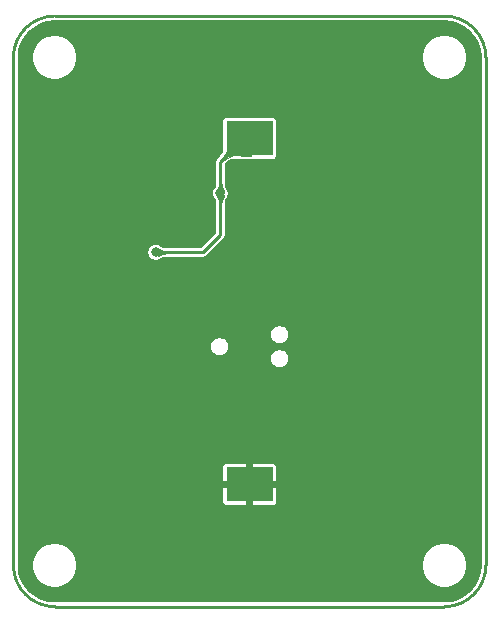
<source format=gbr>
G04 #@! TF.GenerationSoftware,KiCad,Pcbnew,(5.1.8)-1*
G04 #@! TF.CreationDate,2021-05-24T17:48:50-05:00*
G04 #@! TF.ProjectId,PIC16_Ring_of_Fire_Game,50494331-365f-4526-996e-675f6f665f46,1A*
G04 #@! TF.SameCoordinates,Original*
G04 #@! TF.FileFunction,Copper,L2,Bot*
G04 #@! TF.FilePolarity,Positive*
%FSLAX46Y46*%
G04 Gerber Fmt 4.6, Leading zero omitted, Abs format (unit mm)*
G04 Created by KiCad (PCBNEW (5.1.8)-1) date 2021-05-24 17:48:50*
%MOMM*%
%LPD*%
G01*
G04 APERTURE LIST*
G04 #@! TA.AperFunction,Profile*
%ADD10C,0.254000*%
G04 #@! TD*
G04 #@! TA.AperFunction,SMDPad,CuDef*
%ADD11R,4.000000X3.000000*%
G04 #@! TD*
G04 #@! TA.AperFunction,ViaPad*
%ADD12C,0.800000*%
G04 #@! TD*
G04 #@! TA.AperFunction,Conductor*
%ADD13C,0.254000*%
G04 #@! TD*
G04 #@! TA.AperFunction,Conductor*
%ADD14C,0.127000*%
G04 #@! TD*
G04 #@! TA.AperFunction,Conductor*
%ADD15C,0.150000*%
G04 #@! TD*
G04 #@! TA.AperFunction,Conductor*
%ADD16C,0.025400*%
G04 #@! TD*
G04 APERTURE END LIST*
D10*
X83500000Y-125000000D02*
X116500000Y-125000000D01*
X120000000Y-121500000D02*
G75*
G02*
X116500000Y-125000000I-3500000J0D01*
G01*
X120000000Y-78500000D02*
X120000000Y-121500000D01*
X116500000Y-75000000D02*
G75*
G02*
X120000000Y-78500000I0J-3500000D01*
G01*
X83500000Y-75000000D02*
X116500000Y-75000000D01*
X80000000Y-78500000D02*
G75*
G02*
X83500000Y-75000000I3500000J0D01*
G01*
X83500000Y-125000000D02*
G75*
G02*
X80000000Y-121500000I0J3500000D01*
G01*
X80000000Y-78500000D02*
X80000000Y-121500000D01*
D11*
X100000000Y-114650000D03*
X100000000Y-85350000D03*
D12*
X92049998Y-91190000D03*
X104500000Y-91190000D03*
X100000000Y-105000000D03*
X90291797Y-102053422D03*
X96291797Y-106412677D03*
X103708203Y-106412677D03*
X109708202Y-102053421D03*
X111999998Y-95000000D03*
X109708202Y-87946579D03*
X103726105Y-83591293D03*
X96291798Y-83587324D03*
X90291799Y-87946578D03*
X88000000Y-95000000D03*
X100000000Y-121250000D03*
X97000000Y-114250000D03*
X92049998Y-95000000D03*
X97525000Y-90000000D03*
D13*
X97525000Y-87336200D02*
X97525000Y-90000000D01*
X99511200Y-85350000D02*
X97525000Y-87336200D01*
X100000000Y-85350000D02*
X99511200Y-85350000D01*
X92049998Y-95000000D02*
X96033400Y-95000000D01*
X97525000Y-93508400D02*
X97525000Y-90000000D01*
X96033400Y-95000000D02*
X97525000Y-93508400D01*
D14*
X117093851Y-75500840D02*
X117665081Y-75673305D01*
X118191935Y-75953439D01*
X118654341Y-76330568D01*
X119034690Y-76790331D01*
X119318493Y-77315215D01*
X119494941Y-77885225D01*
X119559496Y-78499420D01*
X119559500Y-78500670D01*
X119559501Y-121478443D01*
X119499159Y-122093853D01*
X119326695Y-122665081D01*
X119046564Y-123191930D01*
X118669434Y-123654339D01*
X118209669Y-124034690D01*
X117684788Y-124318492D01*
X117114775Y-124494941D01*
X116500580Y-124559496D01*
X116499330Y-124559500D01*
X83521547Y-124559500D01*
X82906147Y-124499159D01*
X82334919Y-124326695D01*
X81808070Y-124046564D01*
X81345661Y-123669434D01*
X80965310Y-123209669D01*
X80681508Y-122684788D01*
X80505059Y-122114775D01*
X80440504Y-121500580D01*
X80440500Y-121499330D01*
X80440500Y-121311537D01*
X81586500Y-121311537D01*
X81586500Y-121688463D01*
X81660034Y-122058147D01*
X81804278Y-122406382D01*
X82013687Y-122719785D01*
X82280215Y-122986313D01*
X82593618Y-123195722D01*
X82941853Y-123339966D01*
X83311537Y-123413500D01*
X83688463Y-123413500D01*
X84058147Y-123339966D01*
X84406382Y-123195722D01*
X84719785Y-122986313D01*
X84986313Y-122719785D01*
X85195722Y-122406382D01*
X85339966Y-122058147D01*
X85413500Y-121688463D01*
X85413500Y-121311537D01*
X114586500Y-121311537D01*
X114586500Y-121688463D01*
X114660034Y-122058147D01*
X114804278Y-122406382D01*
X115013687Y-122719785D01*
X115280215Y-122986313D01*
X115593618Y-123195722D01*
X115941853Y-123339966D01*
X116311537Y-123413500D01*
X116688463Y-123413500D01*
X117058147Y-123339966D01*
X117406382Y-123195722D01*
X117719785Y-122986313D01*
X117986313Y-122719785D01*
X118195722Y-122406382D01*
X118339966Y-122058147D01*
X118413500Y-121688463D01*
X118413500Y-121311537D01*
X118339966Y-120941853D01*
X118195722Y-120593618D01*
X117986313Y-120280215D01*
X117719785Y-120013687D01*
X117406382Y-119804278D01*
X117058147Y-119660034D01*
X116688463Y-119586500D01*
X116311537Y-119586500D01*
X115941853Y-119660034D01*
X115593618Y-119804278D01*
X115280215Y-120013687D01*
X115013687Y-120280215D01*
X114804278Y-120593618D01*
X114660034Y-120941853D01*
X114586500Y-121311537D01*
X85413500Y-121311537D01*
X85339966Y-120941853D01*
X85195722Y-120593618D01*
X84986313Y-120280215D01*
X84719785Y-120013687D01*
X84406382Y-119804278D01*
X84058147Y-119660034D01*
X83688463Y-119586500D01*
X83311537Y-119586500D01*
X82941853Y-119660034D01*
X82593618Y-119804278D01*
X82280215Y-120013687D01*
X82013687Y-120280215D01*
X81804278Y-120593618D01*
X81660034Y-120941853D01*
X81586500Y-121311537D01*
X80440500Y-121311537D01*
X80440500Y-116150000D01*
X97684983Y-116150000D01*
X97691036Y-116211457D01*
X97708962Y-116270552D01*
X97738073Y-116325014D01*
X97777249Y-116372751D01*
X97824986Y-116411927D01*
X97879448Y-116441038D01*
X97938543Y-116458964D01*
X98000000Y-116465017D01*
X99731125Y-116463500D01*
X99809500Y-116385125D01*
X99809500Y-114840500D01*
X100190500Y-114840500D01*
X100190500Y-116385125D01*
X100268875Y-116463500D01*
X102000000Y-116465017D01*
X102061457Y-116458964D01*
X102120552Y-116441038D01*
X102175014Y-116411927D01*
X102222751Y-116372751D01*
X102261927Y-116325014D01*
X102291038Y-116270552D01*
X102308964Y-116211457D01*
X102315017Y-116150000D01*
X102313500Y-114918875D01*
X102235125Y-114840500D01*
X100190500Y-114840500D01*
X99809500Y-114840500D01*
X97764875Y-114840500D01*
X97686500Y-114918875D01*
X97684983Y-116150000D01*
X80440500Y-116150000D01*
X80440500Y-113150000D01*
X97684983Y-113150000D01*
X97686500Y-114381125D01*
X97764875Y-114459500D01*
X99809500Y-114459500D01*
X99809500Y-112914875D01*
X100190500Y-112914875D01*
X100190500Y-114459500D01*
X102235125Y-114459500D01*
X102313500Y-114381125D01*
X102315017Y-113150000D01*
X102308964Y-113088543D01*
X102291038Y-113029448D01*
X102261927Y-112974986D01*
X102222751Y-112927249D01*
X102175014Y-112888073D01*
X102120552Y-112858962D01*
X102061457Y-112841036D01*
X102000000Y-112834983D01*
X100268875Y-112836500D01*
X100190500Y-112914875D01*
X99809500Y-112914875D01*
X99731125Y-112836500D01*
X98000000Y-112834983D01*
X97938543Y-112841036D01*
X97879448Y-112858962D01*
X97824986Y-112888073D01*
X97777249Y-112927249D01*
X97738073Y-112974986D01*
X97708962Y-113029448D01*
X97691036Y-113088543D01*
X97684983Y-113150000D01*
X80440500Y-113150000D01*
X80440500Y-103936340D01*
X101731200Y-103936340D01*
X101731200Y-104095660D01*
X101762282Y-104251918D01*
X101823251Y-104399110D01*
X101911764Y-104531580D01*
X102024420Y-104644236D01*
X102156890Y-104732749D01*
X102304082Y-104793718D01*
X102460340Y-104824800D01*
X102619660Y-104824800D01*
X102775918Y-104793718D01*
X102923110Y-104732749D01*
X103055580Y-104644236D01*
X103168236Y-104531580D01*
X103256749Y-104399110D01*
X103317718Y-104251918D01*
X103348800Y-104095660D01*
X103348800Y-103936340D01*
X103317718Y-103780082D01*
X103256749Y-103632890D01*
X103168236Y-103500420D01*
X103055580Y-103387764D01*
X102923110Y-103299251D01*
X102775918Y-103238282D01*
X102619660Y-103207200D01*
X102460340Y-103207200D01*
X102304082Y-103238282D01*
X102156890Y-103299251D01*
X102024420Y-103387764D01*
X101911764Y-103500420D01*
X101823251Y-103632890D01*
X101762282Y-103780082D01*
X101731200Y-103936340D01*
X80440500Y-103936340D01*
X80440500Y-102920340D01*
X96651200Y-102920340D01*
X96651200Y-103079660D01*
X96682282Y-103235918D01*
X96743251Y-103383110D01*
X96831764Y-103515580D01*
X96944420Y-103628236D01*
X97076890Y-103716749D01*
X97224082Y-103777718D01*
X97380340Y-103808800D01*
X97539660Y-103808800D01*
X97695918Y-103777718D01*
X97843110Y-103716749D01*
X97975580Y-103628236D01*
X98088236Y-103515580D01*
X98176749Y-103383110D01*
X98237718Y-103235918D01*
X98268800Y-103079660D01*
X98268800Y-102920340D01*
X98237718Y-102764082D01*
X98176749Y-102616890D01*
X98088236Y-102484420D01*
X97975580Y-102371764D01*
X97843110Y-102283251D01*
X97695918Y-102222282D01*
X97539660Y-102191200D01*
X97380340Y-102191200D01*
X97224082Y-102222282D01*
X97076890Y-102283251D01*
X96944420Y-102371764D01*
X96831764Y-102484420D01*
X96743251Y-102616890D01*
X96682282Y-102764082D01*
X96651200Y-102920340D01*
X80440500Y-102920340D01*
X80440500Y-101904340D01*
X101731200Y-101904340D01*
X101731200Y-102063660D01*
X101762282Y-102219918D01*
X101823251Y-102367110D01*
X101911764Y-102499580D01*
X102024420Y-102612236D01*
X102156890Y-102700749D01*
X102304082Y-102761718D01*
X102460340Y-102792800D01*
X102619660Y-102792800D01*
X102775918Y-102761718D01*
X102923110Y-102700749D01*
X103055580Y-102612236D01*
X103168236Y-102499580D01*
X103256749Y-102367110D01*
X103317718Y-102219918D01*
X103348800Y-102063660D01*
X103348800Y-101904340D01*
X103317718Y-101748082D01*
X103256749Y-101600890D01*
X103168236Y-101468420D01*
X103055580Y-101355764D01*
X102923110Y-101267251D01*
X102775918Y-101206282D01*
X102619660Y-101175200D01*
X102460340Y-101175200D01*
X102304082Y-101206282D01*
X102156890Y-101267251D01*
X102024420Y-101355764D01*
X101911764Y-101468420D01*
X101823251Y-101600890D01*
X101762282Y-101748082D01*
X101731200Y-101904340D01*
X80440500Y-101904340D01*
X80440500Y-94929726D01*
X91336498Y-94929726D01*
X91336498Y-95070274D01*
X91363918Y-95208120D01*
X91417703Y-95337969D01*
X91495787Y-95454830D01*
X91595168Y-95554211D01*
X91712029Y-95632295D01*
X91841878Y-95686080D01*
X91979724Y-95713500D01*
X92120272Y-95713500D01*
X92258118Y-95686080D01*
X92387967Y-95632295D01*
X92415066Y-95614188D01*
X92438740Y-95601881D01*
X92452550Y-95594254D01*
X92512276Y-95559281D01*
X92520394Y-95554361D01*
X92572943Y-95521415D01*
X92616549Y-95494122D01*
X92648680Y-95475738D01*
X92673210Y-95464130D01*
X92696853Y-95455830D01*
X92728022Y-95448689D01*
X92774240Y-95443040D01*
X92845590Y-95440500D01*
X96011771Y-95440500D01*
X96033400Y-95442630D01*
X96055029Y-95440500D01*
X96055036Y-95440500D01*
X96119753Y-95434126D01*
X96202788Y-95408938D01*
X96279313Y-95368034D01*
X96346387Y-95312987D01*
X96360182Y-95296178D01*
X97821185Y-93835176D01*
X97837987Y-93821387D01*
X97893034Y-93754313D01*
X97933938Y-93677788D01*
X97959126Y-93594753D01*
X97965500Y-93530036D01*
X97965500Y-93530029D01*
X97967630Y-93508400D01*
X97965500Y-93486771D01*
X97965500Y-90795592D01*
X97968040Y-90724242D01*
X97973689Y-90678024D01*
X97980830Y-90646855D01*
X97989130Y-90623212D01*
X98000738Y-90598682D01*
X98019122Y-90566551D01*
X98046415Y-90522945D01*
X98079361Y-90470396D01*
X98084281Y-90462278D01*
X98119254Y-90402552D01*
X98126881Y-90388742D01*
X98139188Y-90365068D01*
X98157295Y-90337969D01*
X98211080Y-90208120D01*
X98238500Y-90070274D01*
X98238500Y-89929726D01*
X98211080Y-89791880D01*
X98157295Y-89662031D01*
X98139189Y-89634934D01*
X98126882Y-89611259D01*
X98119254Y-89597447D01*
X98084281Y-89537721D01*
X98079361Y-89529603D01*
X98046415Y-89477054D01*
X98019122Y-89433448D01*
X98000738Y-89401317D01*
X97989130Y-89376787D01*
X97980830Y-89353144D01*
X97973689Y-89321975D01*
X97968040Y-89275757D01*
X97965500Y-89204408D01*
X97965500Y-87518910D01*
X98186733Y-87323057D01*
X98372458Y-87203140D01*
X98465427Y-87165016D01*
X99642258Y-87165016D01*
X99835415Y-87171811D01*
X99863157Y-87171559D01*
X99985664Y-87165016D01*
X102000000Y-87165016D01*
X102061457Y-87158963D01*
X102120551Y-87141037D01*
X102175014Y-87111926D01*
X102222750Y-87072750D01*
X102261926Y-87025014D01*
X102291037Y-86970551D01*
X102308963Y-86911457D01*
X102315016Y-86850000D01*
X102315016Y-83850000D01*
X102308963Y-83788543D01*
X102291037Y-83729449D01*
X102261926Y-83674986D01*
X102222750Y-83627250D01*
X102175014Y-83588074D01*
X102120551Y-83558963D01*
X102061457Y-83541037D01*
X102000000Y-83534984D01*
X98000000Y-83534984D01*
X97938543Y-83541037D01*
X97879449Y-83558963D01*
X97824986Y-83588074D01*
X97777250Y-83627250D01*
X97738074Y-83674986D01*
X97708963Y-83729449D01*
X97691037Y-83788543D01*
X97684984Y-83850000D01*
X97684984Y-86480268D01*
X97579232Y-86632278D01*
X97341211Y-86897029D01*
X97228822Y-87009418D01*
X97212013Y-87023213D01*
X97156966Y-87090288D01*
X97116062Y-87166813D01*
X97090874Y-87249848D01*
X97084500Y-87314565D01*
X97084500Y-87314571D01*
X97082370Y-87336200D01*
X97084500Y-87357829D01*
X97084501Y-89204411D01*
X97081960Y-89275745D01*
X97076310Y-89321975D01*
X97069169Y-89353144D01*
X97060869Y-89376787D01*
X97049261Y-89401317D01*
X97030877Y-89433448D01*
X97003584Y-89477054D01*
X96970638Y-89529603D01*
X96965718Y-89537721D01*
X96930745Y-89597447D01*
X96923115Y-89611262D01*
X96910806Y-89634941D01*
X96892705Y-89662031D01*
X96838920Y-89791880D01*
X96811500Y-89929726D01*
X96811500Y-90070274D01*
X96838920Y-90208120D01*
X96892705Y-90337969D01*
X96910807Y-90365061D01*
X96923116Y-90388739D01*
X96930745Y-90402552D01*
X96965718Y-90462278D01*
X96970638Y-90470396D01*
X97003584Y-90522945D01*
X97030877Y-90566551D01*
X97049261Y-90598682D01*
X97060869Y-90623212D01*
X97069169Y-90646855D01*
X97076310Y-90678024D01*
X97081960Y-90724254D01*
X97084501Y-90795591D01*
X97084500Y-93325939D01*
X95850940Y-94559500D01*
X92845568Y-94559500D01*
X92774252Y-94556960D01*
X92728022Y-94551310D01*
X92696853Y-94544169D01*
X92673210Y-94535869D01*
X92648680Y-94524261D01*
X92616549Y-94505877D01*
X92572943Y-94478584D01*
X92520394Y-94445638D01*
X92512276Y-94440718D01*
X92452550Y-94405745D01*
X92438737Y-94398116D01*
X92415059Y-94385807D01*
X92387967Y-94367705D01*
X92258118Y-94313920D01*
X92120272Y-94286500D01*
X91979724Y-94286500D01*
X91841878Y-94313920D01*
X91712029Y-94367705D01*
X91595168Y-94445789D01*
X91495787Y-94545170D01*
X91417703Y-94662031D01*
X91363918Y-94791880D01*
X91336498Y-94929726D01*
X80440500Y-94929726D01*
X80440500Y-78521547D01*
X80461091Y-78311537D01*
X81586500Y-78311537D01*
X81586500Y-78688463D01*
X81660034Y-79058147D01*
X81804278Y-79406382D01*
X82013687Y-79719785D01*
X82280215Y-79986313D01*
X82593618Y-80195722D01*
X82941853Y-80339966D01*
X83311537Y-80413500D01*
X83688463Y-80413500D01*
X84058147Y-80339966D01*
X84406382Y-80195722D01*
X84719785Y-79986313D01*
X84986313Y-79719785D01*
X85195722Y-79406382D01*
X85339966Y-79058147D01*
X85413500Y-78688463D01*
X85413500Y-78311537D01*
X114586500Y-78311537D01*
X114586500Y-78688463D01*
X114660034Y-79058147D01*
X114804278Y-79406382D01*
X115013687Y-79719785D01*
X115280215Y-79986313D01*
X115593618Y-80195722D01*
X115941853Y-80339966D01*
X116311537Y-80413500D01*
X116688463Y-80413500D01*
X117058147Y-80339966D01*
X117406382Y-80195722D01*
X117719785Y-79986313D01*
X117986313Y-79719785D01*
X118195722Y-79406382D01*
X118339966Y-79058147D01*
X118413500Y-78688463D01*
X118413500Y-78311537D01*
X118339966Y-77941853D01*
X118195722Y-77593618D01*
X117986313Y-77280215D01*
X117719785Y-77013687D01*
X117406382Y-76804278D01*
X117058147Y-76660034D01*
X116688463Y-76586500D01*
X116311537Y-76586500D01*
X115941853Y-76660034D01*
X115593618Y-76804278D01*
X115280215Y-77013687D01*
X115013687Y-77280215D01*
X114804278Y-77593618D01*
X114660034Y-77941853D01*
X114586500Y-78311537D01*
X85413500Y-78311537D01*
X85339966Y-77941853D01*
X85195722Y-77593618D01*
X84986313Y-77280215D01*
X84719785Y-77013687D01*
X84406382Y-76804278D01*
X84058147Y-76660034D01*
X83688463Y-76586500D01*
X83311537Y-76586500D01*
X82941853Y-76660034D01*
X82593618Y-76804278D01*
X82280215Y-77013687D01*
X82013687Y-77280215D01*
X81804278Y-77593618D01*
X81660034Y-77941853D01*
X81586500Y-78311537D01*
X80461091Y-78311537D01*
X80500840Y-77906149D01*
X80673305Y-77334919D01*
X80953439Y-76808065D01*
X81330568Y-76345659D01*
X81790331Y-75965310D01*
X82315215Y-75681507D01*
X82885225Y-75505059D01*
X83499420Y-75440504D01*
X83500670Y-75440500D01*
X116478453Y-75440500D01*
X117093851Y-75500840D01*
G04 #@! TA.AperFunction,Conductor*
D15*
G36*
X117093851Y-75500840D02*
G01*
X117665081Y-75673305D01*
X118191935Y-75953439D01*
X118654341Y-76330568D01*
X119034690Y-76790331D01*
X119318493Y-77315215D01*
X119494941Y-77885225D01*
X119559496Y-78499420D01*
X119559500Y-78500670D01*
X119559501Y-121478443D01*
X119499159Y-122093853D01*
X119326695Y-122665081D01*
X119046564Y-123191930D01*
X118669434Y-123654339D01*
X118209669Y-124034690D01*
X117684788Y-124318492D01*
X117114775Y-124494941D01*
X116500580Y-124559496D01*
X116499330Y-124559500D01*
X83521547Y-124559500D01*
X82906147Y-124499159D01*
X82334919Y-124326695D01*
X81808070Y-124046564D01*
X81345661Y-123669434D01*
X80965310Y-123209669D01*
X80681508Y-122684788D01*
X80505059Y-122114775D01*
X80440504Y-121500580D01*
X80440500Y-121499330D01*
X80440500Y-121311537D01*
X81586500Y-121311537D01*
X81586500Y-121688463D01*
X81660034Y-122058147D01*
X81804278Y-122406382D01*
X82013687Y-122719785D01*
X82280215Y-122986313D01*
X82593618Y-123195722D01*
X82941853Y-123339966D01*
X83311537Y-123413500D01*
X83688463Y-123413500D01*
X84058147Y-123339966D01*
X84406382Y-123195722D01*
X84719785Y-122986313D01*
X84986313Y-122719785D01*
X85195722Y-122406382D01*
X85339966Y-122058147D01*
X85413500Y-121688463D01*
X85413500Y-121311537D01*
X114586500Y-121311537D01*
X114586500Y-121688463D01*
X114660034Y-122058147D01*
X114804278Y-122406382D01*
X115013687Y-122719785D01*
X115280215Y-122986313D01*
X115593618Y-123195722D01*
X115941853Y-123339966D01*
X116311537Y-123413500D01*
X116688463Y-123413500D01*
X117058147Y-123339966D01*
X117406382Y-123195722D01*
X117719785Y-122986313D01*
X117986313Y-122719785D01*
X118195722Y-122406382D01*
X118339966Y-122058147D01*
X118413500Y-121688463D01*
X118413500Y-121311537D01*
X118339966Y-120941853D01*
X118195722Y-120593618D01*
X117986313Y-120280215D01*
X117719785Y-120013687D01*
X117406382Y-119804278D01*
X117058147Y-119660034D01*
X116688463Y-119586500D01*
X116311537Y-119586500D01*
X115941853Y-119660034D01*
X115593618Y-119804278D01*
X115280215Y-120013687D01*
X115013687Y-120280215D01*
X114804278Y-120593618D01*
X114660034Y-120941853D01*
X114586500Y-121311537D01*
X85413500Y-121311537D01*
X85339966Y-120941853D01*
X85195722Y-120593618D01*
X84986313Y-120280215D01*
X84719785Y-120013687D01*
X84406382Y-119804278D01*
X84058147Y-119660034D01*
X83688463Y-119586500D01*
X83311537Y-119586500D01*
X82941853Y-119660034D01*
X82593618Y-119804278D01*
X82280215Y-120013687D01*
X82013687Y-120280215D01*
X81804278Y-120593618D01*
X81660034Y-120941853D01*
X81586500Y-121311537D01*
X80440500Y-121311537D01*
X80440500Y-116150000D01*
X97684983Y-116150000D01*
X97691036Y-116211457D01*
X97708962Y-116270552D01*
X97738073Y-116325014D01*
X97777249Y-116372751D01*
X97824986Y-116411927D01*
X97879448Y-116441038D01*
X97938543Y-116458964D01*
X98000000Y-116465017D01*
X99731125Y-116463500D01*
X99809500Y-116385125D01*
X99809500Y-114840500D01*
X100190500Y-114840500D01*
X100190500Y-116385125D01*
X100268875Y-116463500D01*
X102000000Y-116465017D01*
X102061457Y-116458964D01*
X102120552Y-116441038D01*
X102175014Y-116411927D01*
X102222751Y-116372751D01*
X102261927Y-116325014D01*
X102291038Y-116270552D01*
X102308964Y-116211457D01*
X102315017Y-116150000D01*
X102313500Y-114918875D01*
X102235125Y-114840500D01*
X100190500Y-114840500D01*
X99809500Y-114840500D01*
X97764875Y-114840500D01*
X97686500Y-114918875D01*
X97684983Y-116150000D01*
X80440500Y-116150000D01*
X80440500Y-113150000D01*
X97684983Y-113150000D01*
X97686500Y-114381125D01*
X97764875Y-114459500D01*
X99809500Y-114459500D01*
X99809500Y-112914875D01*
X100190500Y-112914875D01*
X100190500Y-114459500D01*
X102235125Y-114459500D01*
X102313500Y-114381125D01*
X102315017Y-113150000D01*
X102308964Y-113088543D01*
X102291038Y-113029448D01*
X102261927Y-112974986D01*
X102222751Y-112927249D01*
X102175014Y-112888073D01*
X102120552Y-112858962D01*
X102061457Y-112841036D01*
X102000000Y-112834983D01*
X100268875Y-112836500D01*
X100190500Y-112914875D01*
X99809500Y-112914875D01*
X99731125Y-112836500D01*
X98000000Y-112834983D01*
X97938543Y-112841036D01*
X97879448Y-112858962D01*
X97824986Y-112888073D01*
X97777249Y-112927249D01*
X97738073Y-112974986D01*
X97708962Y-113029448D01*
X97691036Y-113088543D01*
X97684983Y-113150000D01*
X80440500Y-113150000D01*
X80440500Y-103936340D01*
X101731200Y-103936340D01*
X101731200Y-104095660D01*
X101762282Y-104251918D01*
X101823251Y-104399110D01*
X101911764Y-104531580D01*
X102024420Y-104644236D01*
X102156890Y-104732749D01*
X102304082Y-104793718D01*
X102460340Y-104824800D01*
X102619660Y-104824800D01*
X102775918Y-104793718D01*
X102923110Y-104732749D01*
X103055580Y-104644236D01*
X103168236Y-104531580D01*
X103256749Y-104399110D01*
X103317718Y-104251918D01*
X103348800Y-104095660D01*
X103348800Y-103936340D01*
X103317718Y-103780082D01*
X103256749Y-103632890D01*
X103168236Y-103500420D01*
X103055580Y-103387764D01*
X102923110Y-103299251D01*
X102775918Y-103238282D01*
X102619660Y-103207200D01*
X102460340Y-103207200D01*
X102304082Y-103238282D01*
X102156890Y-103299251D01*
X102024420Y-103387764D01*
X101911764Y-103500420D01*
X101823251Y-103632890D01*
X101762282Y-103780082D01*
X101731200Y-103936340D01*
X80440500Y-103936340D01*
X80440500Y-102920340D01*
X96651200Y-102920340D01*
X96651200Y-103079660D01*
X96682282Y-103235918D01*
X96743251Y-103383110D01*
X96831764Y-103515580D01*
X96944420Y-103628236D01*
X97076890Y-103716749D01*
X97224082Y-103777718D01*
X97380340Y-103808800D01*
X97539660Y-103808800D01*
X97695918Y-103777718D01*
X97843110Y-103716749D01*
X97975580Y-103628236D01*
X98088236Y-103515580D01*
X98176749Y-103383110D01*
X98237718Y-103235918D01*
X98268800Y-103079660D01*
X98268800Y-102920340D01*
X98237718Y-102764082D01*
X98176749Y-102616890D01*
X98088236Y-102484420D01*
X97975580Y-102371764D01*
X97843110Y-102283251D01*
X97695918Y-102222282D01*
X97539660Y-102191200D01*
X97380340Y-102191200D01*
X97224082Y-102222282D01*
X97076890Y-102283251D01*
X96944420Y-102371764D01*
X96831764Y-102484420D01*
X96743251Y-102616890D01*
X96682282Y-102764082D01*
X96651200Y-102920340D01*
X80440500Y-102920340D01*
X80440500Y-101904340D01*
X101731200Y-101904340D01*
X101731200Y-102063660D01*
X101762282Y-102219918D01*
X101823251Y-102367110D01*
X101911764Y-102499580D01*
X102024420Y-102612236D01*
X102156890Y-102700749D01*
X102304082Y-102761718D01*
X102460340Y-102792800D01*
X102619660Y-102792800D01*
X102775918Y-102761718D01*
X102923110Y-102700749D01*
X103055580Y-102612236D01*
X103168236Y-102499580D01*
X103256749Y-102367110D01*
X103317718Y-102219918D01*
X103348800Y-102063660D01*
X103348800Y-101904340D01*
X103317718Y-101748082D01*
X103256749Y-101600890D01*
X103168236Y-101468420D01*
X103055580Y-101355764D01*
X102923110Y-101267251D01*
X102775918Y-101206282D01*
X102619660Y-101175200D01*
X102460340Y-101175200D01*
X102304082Y-101206282D01*
X102156890Y-101267251D01*
X102024420Y-101355764D01*
X101911764Y-101468420D01*
X101823251Y-101600890D01*
X101762282Y-101748082D01*
X101731200Y-101904340D01*
X80440500Y-101904340D01*
X80440500Y-94929726D01*
X91336498Y-94929726D01*
X91336498Y-95070274D01*
X91363918Y-95208120D01*
X91417703Y-95337969D01*
X91495787Y-95454830D01*
X91595168Y-95554211D01*
X91712029Y-95632295D01*
X91841878Y-95686080D01*
X91979724Y-95713500D01*
X92120272Y-95713500D01*
X92258118Y-95686080D01*
X92387967Y-95632295D01*
X92415066Y-95614188D01*
X92438740Y-95601881D01*
X92452550Y-95594254D01*
X92512276Y-95559281D01*
X92520394Y-95554361D01*
X92572943Y-95521415D01*
X92616549Y-95494122D01*
X92648680Y-95475738D01*
X92673210Y-95464130D01*
X92696853Y-95455830D01*
X92728022Y-95448689D01*
X92774240Y-95443040D01*
X92845590Y-95440500D01*
X96011771Y-95440500D01*
X96033400Y-95442630D01*
X96055029Y-95440500D01*
X96055036Y-95440500D01*
X96119753Y-95434126D01*
X96202788Y-95408938D01*
X96279313Y-95368034D01*
X96346387Y-95312987D01*
X96360182Y-95296178D01*
X97821185Y-93835176D01*
X97837987Y-93821387D01*
X97893034Y-93754313D01*
X97933938Y-93677788D01*
X97959126Y-93594753D01*
X97965500Y-93530036D01*
X97965500Y-93530029D01*
X97967630Y-93508400D01*
X97965500Y-93486771D01*
X97965500Y-90795592D01*
X97968040Y-90724242D01*
X97973689Y-90678024D01*
X97980830Y-90646855D01*
X97989130Y-90623212D01*
X98000738Y-90598682D01*
X98019122Y-90566551D01*
X98046415Y-90522945D01*
X98079361Y-90470396D01*
X98084281Y-90462278D01*
X98119254Y-90402552D01*
X98126881Y-90388742D01*
X98139188Y-90365068D01*
X98157295Y-90337969D01*
X98211080Y-90208120D01*
X98238500Y-90070274D01*
X98238500Y-89929726D01*
X98211080Y-89791880D01*
X98157295Y-89662031D01*
X98139189Y-89634934D01*
X98126882Y-89611259D01*
X98119254Y-89597447D01*
X98084281Y-89537721D01*
X98079361Y-89529603D01*
X98046415Y-89477054D01*
X98019122Y-89433448D01*
X98000738Y-89401317D01*
X97989130Y-89376787D01*
X97980830Y-89353144D01*
X97973689Y-89321975D01*
X97968040Y-89275757D01*
X97965500Y-89204408D01*
X97965500Y-87518910D01*
X98186733Y-87323057D01*
X98372458Y-87203140D01*
X98465427Y-87165016D01*
X99642258Y-87165016D01*
X99835415Y-87171811D01*
X99863157Y-87171559D01*
X99985664Y-87165016D01*
X102000000Y-87165016D01*
X102061457Y-87158963D01*
X102120551Y-87141037D01*
X102175014Y-87111926D01*
X102222750Y-87072750D01*
X102261926Y-87025014D01*
X102291037Y-86970551D01*
X102308963Y-86911457D01*
X102315016Y-86850000D01*
X102315016Y-83850000D01*
X102308963Y-83788543D01*
X102291037Y-83729449D01*
X102261926Y-83674986D01*
X102222750Y-83627250D01*
X102175014Y-83588074D01*
X102120551Y-83558963D01*
X102061457Y-83541037D01*
X102000000Y-83534984D01*
X98000000Y-83534984D01*
X97938543Y-83541037D01*
X97879449Y-83558963D01*
X97824986Y-83588074D01*
X97777250Y-83627250D01*
X97738074Y-83674986D01*
X97708963Y-83729449D01*
X97691037Y-83788543D01*
X97684984Y-83850000D01*
X97684984Y-86480268D01*
X97579232Y-86632278D01*
X97341211Y-86897029D01*
X97228822Y-87009418D01*
X97212013Y-87023213D01*
X97156966Y-87090288D01*
X97116062Y-87166813D01*
X97090874Y-87249848D01*
X97084500Y-87314565D01*
X97084500Y-87314571D01*
X97082370Y-87336200D01*
X97084500Y-87357829D01*
X97084501Y-89204411D01*
X97081960Y-89275745D01*
X97076310Y-89321975D01*
X97069169Y-89353144D01*
X97060869Y-89376787D01*
X97049261Y-89401317D01*
X97030877Y-89433448D01*
X97003584Y-89477054D01*
X96970638Y-89529603D01*
X96965718Y-89537721D01*
X96930745Y-89597447D01*
X96923115Y-89611262D01*
X96910806Y-89634941D01*
X96892705Y-89662031D01*
X96838920Y-89791880D01*
X96811500Y-89929726D01*
X96811500Y-90070274D01*
X96838920Y-90208120D01*
X96892705Y-90337969D01*
X96910807Y-90365061D01*
X96923116Y-90388739D01*
X96930745Y-90402552D01*
X96965718Y-90462278D01*
X96970638Y-90470396D01*
X97003584Y-90522945D01*
X97030877Y-90566551D01*
X97049261Y-90598682D01*
X97060869Y-90623212D01*
X97069169Y-90646855D01*
X97076310Y-90678024D01*
X97081960Y-90724254D01*
X97084501Y-90795591D01*
X97084500Y-93325939D01*
X95850940Y-94559500D01*
X92845568Y-94559500D01*
X92774252Y-94556960D01*
X92728022Y-94551310D01*
X92696853Y-94544169D01*
X92673210Y-94535869D01*
X92648680Y-94524261D01*
X92616549Y-94505877D01*
X92572943Y-94478584D01*
X92520394Y-94445638D01*
X92512276Y-94440718D01*
X92452550Y-94405745D01*
X92438737Y-94398116D01*
X92415059Y-94385807D01*
X92387967Y-94367705D01*
X92258118Y-94313920D01*
X92120272Y-94286500D01*
X91979724Y-94286500D01*
X91841878Y-94313920D01*
X91712029Y-94367705D01*
X91595168Y-94445789D01*
X91495787Y-94545170D01*
X91417703Y-94662031D01*
X91363918Y-94791880D01*
X91336498Y-94929726D01*
X80440500Y-94929726D01*
X80440500Y-78521547D01*
X80461091Y-78311537D01*
X81586500Y-78311537D01*
X81586500Y-78688463D01*
X81660034Y-79058147D01*
X81804278Y-79406382D01*
X82013687Y-79719785D01*
X82280215Y-79986313D01*
X82593618Y-80195722D01*
X82941853Y-80339966D01*
X83311537Y-80413500D01*
X83688463Y-80413500D01*
X84058147Y-80339966D01*
X84406382Y-80195722D01*
X84719785Y-79986313D01*
X84986313Y-79719785D01*
X85195722Y-79406382D01*
X85339966Y-79058147D01*
X85413500Y-78688463D01*
X85413500Y-78311537D01*
X114586500Y-78311537D01*
X114586500Y-78688463D01*
X114660034Y-79058147D01*
X114804278Y-79406382D01*
X115013687Y-79719785D01*
X115280215Y-79986313D01*
X115593618Y-80195722D01*
X115941853Y-80339966D01*
X116311537Y-80413500D01*
X116688463Y-80413500D01*
X117058147Y-80339966D01*
X117406382Y-80195722D01*
X117719785Y-79986313D01*
X117986313Y-79719785D01*
X118195722Y-79406382D01*
X118339966Y-79058147D01*
X118413500Y-78688463D01*
X118413500Y-78311537D01*
X118339966Y-77941853D01*
X118195722Y-77593618D01*
X117986313Y-77280215D01*
X117719785Y-77013687D01*
X117406382Y-76804278D01*
X117058147Y-76660034D01*
X116688463Y-76586500D01*
X116311537Y-76586500D01*
X115941853Y-76660034D01*
X115593618Y-76804278D01*
X115280215Y-77013687D01*
X115013687Y-77280215D01*
X114804278Y-77593618D01*
X114660034Y-77941853D01*
X114586500Y-78311537D01*
X85413500Y-78311537D01*
X85339966Y-77941853D01*
X85195722Y-77593618D01*
X84986313Y-77280215D01*
X84719785Y-77013687D01*
X84406382Y-76804278D01*
X84058147Y-76660034D01*
X83688463Y-76586500D01*
X83311537Y-76586500D01*
X82941853Y-76660034D01*
X82593618Y-76804278D01*
X82280215Y-77013687D01*
X82013687Y-77280215D01*
X81804278Y-77593618D01*
X81660034Y-77941853D01*
X81586500Y-78311537D01*
X80461091Y-78311537D01*
X80500840Y-77906149D01*
X80673305Y-77334919D01*
X80953439Y-76808065D01*
X81330568Y-76345659D01*
X81790331Y-75965310D01*
X82315215Y-75681507D01*
X82885225Y-75505059D01*
X83499420Y-75440504D01*
X83500670Y-75440500D01*
X116478453Y-75440500D01*
X117093851Y-75500840D01*
G37*
G04 #@! TD.AperFunction*
D16*
X97642526Y-89300842D02*
X97642612Y-89301931D01*
X97651871Y-89377683D01*
X97652098Y-89378978D01*
X97666807Y-89443179D01*
X97667203Y-89444550D01*
X97686769Y-89500287D01*
X97687272Y-89501512D01*
X97711103Y-89551872D01*
X97711560Y-89552747D01*
X97739065Y-89600818D01*
X97739323Y-89601249D01*
X97769909Y-89650117D01*
X97769914Y-89650125D01*
X97802893Y-89702726D01*
X97837599Y-89761996D01*
X97869527Y-89823413D01*
X97525000Y-90181678D01*
X97180473Y-89823413D01*
X97212400Y-89761996D01*
X97247106Y-89702726D01*
X97280085Y-89650125D01*
X97280090Y-89650117D01*
X97310676Y-89601249D01*
X97310934Y-89600818D01*
X97338439Y-89552747D01*
X97338896Y-89551872D01*
X97362727Y-89501512D01*
X97363230Y-89500287D01*
X97382796Y-89444550D01*
X97383192Y-89443179D01*
X97397901Y-89378978D01*
X97398128Y-89377683D01*
X97407387Y-89301931D01*
X97407473Y-89300842D01*
X97410256Y-89222700D01*
X97639744Y-89222700D01*
X97642526Y-89300842D01*
G04 #@! TA.AperFunction,Conductor*
D15*
G36*
X97642526Y-89300842D02*
G01*
X97642612Y-89301931D01*
X97651871Y-89377683D01*
X97652098Y-89378978D01*
X97666807Y-89443179D01*
X97667203Y-89444550D01*
X97686769Y-89500287D01*
X97687272Y-89501512D01*
X97711103Y-89551872D01*
X97711560Y-89552747D01*
X97739065Y-89600818D01*
X97739323Y-89601249D01*
X97769909Y-89650117D01*
X97769914Y-89650125D01*
X97802893Y-89702726D01*
X97837599Y-89761996D01*
X97869527Y-89823413D01*
X97525000Y-90181678D01*
X97180473Y-89823413D01*
X97212400Y-89761996D01*
X97247106Y-89702726D01*
X97280085Y-89650125D01*
X97280090Y-89650117D01*
X97310676Y-89601249D01*
X97310934Y-89600818D01*
X97338439Y-89552747D01*
X97338896Y-89551872D01*
X97362727Y-89501512D01*
X97363230Y-89500287D01*
X97382796Y-89444550D01*
X97383192Y-89443179D01*
X97397901Y-89378978D01*
X97398128Y-89377683D01*
X97407387Y-89301931D01*
X97407473Y-89300842D01*
X97410256Y-89222700D01*
X97639744Y-89222700D01*
X97642526Y-89300842D01*
G37*
G04 #@! TD.AperFunction*
D16*
X100622313Y-84965192D02*
X100143908Y-86829899D01*
X99846319Y-86845793D01*
X99571272Y-86836117D01*
X99320959Y-86812502D01*
X99089351Y-86787095D01*
X99088834Y-86787049D01*
X98869895Y-86772048D01*
X98868573Y-86772026D01*
X98656204Y-86779627D01*
X98654168Y-86779865D01*
X98442143Y-86822253D01*
X98439814Y-86822957D01*
X98221910Y-86912314D01*
X98219840Y-86913395D01*
X97989831Y-87061905D01*
X97988302Y-87063065D01*
X97748914Y-87274991D01*
X97586274Y-87112351D01*
X97834873Y-86835835D01*
X97835854Y-86834597D01*
X98018485Y-86572080D01*
X98019386Y-86570573D01*
X98144077Y-86324800D01*
X98144730Y-86323272D01*
X98227559Y-86088029D01*
X98227909Y-86086857D01*
X98284957Y-85855935D01*
X98285073Y-85855420D01*
X98332385Y-85622756D01*
X98385989Y-85382357D01*
X98461846Y-85128184D01*
X98576016Y-84853713D01*
X98740393Y-84560045D01*
X100622313Y-84965192D01*
G04 #@! TA.AperFunction,Conductor*
D15*
G36*
X100622313Y-84965192D02*
G01*
X100143908Y-86829899D01*
X99846319Y-86845793D01*
X99571272Y-86836117D01*
X99320959Y-86812502D01*
X99089351Y-86787095D01*
X99088834Y-86787049D01*
X98869895Y-86772048D01*
X98868573Y-86772026D01*
X98656204Y-86779627D01*
X98654168Y-86779865D01*
X98442143Y-86822253D01*
X98439814Y-86822957D01*
X98221910Y-86912314D01*
X98219840Y-86913395D01*
X97989831Y-87061905D01*
X97988302Y-87063065D01*
X97748914Y-87274991D01*
X97586274Y-87112351D01*
X97834873Y-86835835D01*
X97835854Y-86834597D01*
X98018485Y-86572080D01*
X98019386Y-86570573D01*
X98144077Y-86324800D01*
X98144730Y-86323272D01*
X98227559Y-86088029D01*
X98227909Y-86086857D01*
X98284957Y-85855935D01*
X98285073Y-85855420D01*
X98332385Y-85622756D01*
X98385989Y-85382357D01*
X98461846Y-85128184D01*
X98576016Y-84853713D01*
X98740393Y-84560045D01*
X100622313Y-84965192D01*
G37*
G04 #@! TD.AperFunction*
D16*
X92288001Y-94687400D02*
X92347271Y-94722106D01*
X92399872Y-94755085D01*
X92399880Y-94755090D01*
X92448748Y-94785676D01*
X92449179Y-94785934D01*
X92497250Y-94813439D01*
X92498125Y-94813896D01*
X92548485Y-94837727D01*
X92549710Y-94838230D01*
X92605447Y-94857796D01*
X92606818Y-94858192D01*
X92671019Y-94872901D01*
X92672314Y-94873128D01*
X92748066Y-94882387D01*
X92749155Y-94882473D01*
X92827298Y-94885256D01*
X92827298Y-95114744D01*
X92749155Y-95117526D01*
X92748066Y-95117612D01*
X92672314Y-95126871D01*
X92671019Y-95127098D01*
X92606818Y-95141807D01*
X92605447Y-95142203D01*
X92549710Y-95161769D01*
X92548485Y-95162272D01*
X92498125Y-95186103D01*
X92497250Y-95186560D01*
X92449179Y-95214065D01*
X92448748Y-95214323D01*
X92399880Y-95244909D01*
X92399872Y-95244914D01*
X92347271Y-95277893D01*
X92288001Y-95312599D01*
X92226585Y-95344527D01*
X91868320Y-95000000D01*
X92226585Y-94655473D01*
X92288001Y-94687400D01*
G04 #@! TA.AperFunction,Conductor*
D15*
G36*
X92288001Y-94687400D02*
G01*
X92347271Y-94722106D01*
X92399872Y-94755085D01*
X92399880Y-94755090D01*
X92448748Y-94785676D01*
X92449179Y-94785934D01*
X92497250Y-94813439D01*
X92498125Y-94813896D01*
X92548485Y-94837727D01*
X92549710Y-94838230D01*
X92605447Y-94857796D01*
X92606818Y-94858192D01*
X92671019Y-94872901D01*
X92672314Y-94873128D01*
X92748066Y-94882387D01*
X92749155Y-94882473D01*
X92827298Y-94885256D01*
X92827298Y-95114744D01*
X92749155Y-95117526D01*
X92748066Y-95117612D01*
X92672314Y-95126871D01*
X92671019Y-95127098D01*
X92606818Y-95141807D01*
X92605447Y-95142203D01*
X92549710Y-95161769D01*
X92548485Y-95162272D01*
X92498125Y-95186103D01*
X92497250Y-95186560D01*
X92449179Y-95214065D01*
X92448748Y-95214323D01*
X92399880Y-95244909D01*
X92399872Y-95244914D01*
X92347271Y-95277893D01*
X92288001Y-95312599D01*
X92226585Y-95344527D01*
X91868320Y-95000000D01*
X92226585Y-94655473D01*
X92288001Y-94687400D01*
G37*
G04 #@! TD.AperFunction*
D16*
X97869527Y-90176587D02*
X97837599Y-90238003D01*
X97802893Y-90297273D01*
X97769914Y-90349874D01*
X97769909Y-90349882D01*
X97739323Y-90398750D01*
X97739065Y-90399181D01*
X97711560Y-90447252D01*
X97711103Y-90448127D01*
X97687272Y-90498487D01*
X97686769Y-90499712D01*
X97667203Y-90555449D01*
X97666807Y-90556820D01*
X97652098Y-90621021D01*
X97651871Y-90622316D01*
X97642612Y-90698068D01*
X97642526Y-90699157D01*
X97639744Y-90777300D01*
X97410256Y-90777300D01*
X97407473Y-90699157D01*
X97407387Y-90698068D01*
X97398128Y-90622316D01*
X97397901Y-90621021D01*
X97383192Y-90556820D01*
X97382796Y-90555449D01*
X97363230Y-90499712D01*
X97362727Y-90498487D01*
X97338896Y-90448127D01*
X97338439Y-90447252D01*
X97310934Y-90399181D01*
X97310676Y-90398750D01*
X97280090Y-90349882D01*
X97280085Y-90349874D01*
X97247106Y-90297273D01*
X97212400Y-90238003D01*
X97180473Y-90176587D01*
X97525000Y-89818322D01*
X97869527Y-90176587D01*
G04 #@! TA.AperFunction,Conductor*
D15*
G36*
X97869527Y-90176587D02*
G01*
X97837599Y-90238003D01*
X97802893Y-90297273D01*
X97769914Y-90349874D01*
X97769909Y-90349882D01*
X97739323Y-90398750D01*
X97739065Y-90399181D01*
X97711560Y-90447252D01*
X97711103Y-90448127D01*
X97687272Y-90498487D01*
X97686769Y-90499712D01*
X97667203Y-90555449D01*
X97666807Y-90556820D01*
X97652098Y-90621021D01*
X97651871Y-90622316D01*
X97642612Y-90698068D01*
X97642526Y-90699157D01*
X97639744Y-90777300D01*
X97410256Y-90777300D01*
X97407473Y-90699157D01*
X97407387Y-90698068D01*
X97398128Y-90622316D01*
X97397901Y-90621021D01*
X97383192Y-90556820D01*
X97382796Y-90555449D01*
X97363230Y-90499712D01*
X97362727Y-90498487D01*
X97338896Y-90448127D01*
X97338439Y-90447252D01*
X97310934Y-90399181D01*
X97310676Y-90398750D01*
X97280090Y-90349882D01*
X97280085Y-90349874D01*
X97247106Y-90297273D01*
X97212400Y-90238003D01*
X97180473Y-90176587D01*
X97525000Y-89818322D01*
X97869527Y-90176587D01*
G37*
G04 #@! TD.AperFunction*
M02*

</source>
